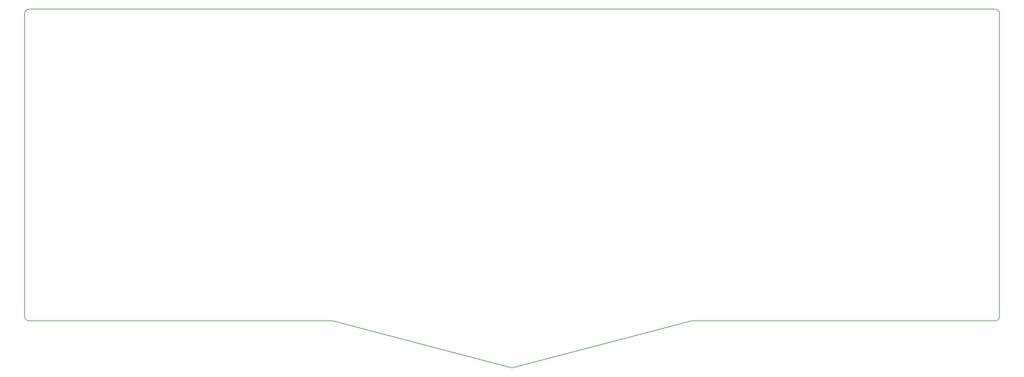
<source format=gbr>
G04 #@! TF.GenerationSoftware,KiCad,Pcbnew,(5.1.0)-1*
G04 #@! TF.CreationDate,2019-06-28T01:08:36+08:00*
G04 #@! TF.ProjectId,Kamaitachi,4b616d61-6974-4616-9368-692e6b696361,rev?*
G04 #@! TF.SameCoordinates,Original*
G04 #@! TF.FileFunction,Profile,NP*
%FSLAX46Y46*%
G04 Gerber Fmt 4.6, Leading zero omitted, Abs format (unit mm)*
G04 Created by KiCad (PCBNEW (5.1.0)-1) date 2019-06-28 01:08:36*
%MOMM*%
%LPD*%
G04 APERTURE LIST*
%ADD10C,0.150000*%
G04 APERTURE END LIST*
D10*
X341710810Y-97631660D02*
G75*
G02X342901440Y-98822290I0J-1190630D01*
G01*
X342901440Y-98822290D02*
X342901440Y-183357020D01*
X72628430Y-97631660D02*
X341710810Y-97631660D01*
X71437800Y-98822290D02*
G75*
G02X72628430Y-97631660I1190630J0D01*
G01*
X342901440Y-183357020D02*
G75*
G02X341710810Y-184547650I-1190630J0D01*
G01*
X72628430Y-184547650D02*
G75*
G02X71437800Y-183357020I0J1190630D01*
G01*
X157163160Y-184547650D02*
X207169620Y-197644580D01*
X155972530Y-184547650D02*
X157163160Y-184547650D01*
X155972530Y-184547650D02*
X72628430Y-184547650D01*
X258366710Y-184547650D02*
X257176080Y-184547650D01*
X257176080Y-184547650D02*
X207169620Y-197644580D01*
X258366710Y-184547650D02*
X341710810Y-184547650D01*
X71437800Y-98822290D02*
X71437800Y-183357020D01*
M02*

</source>
